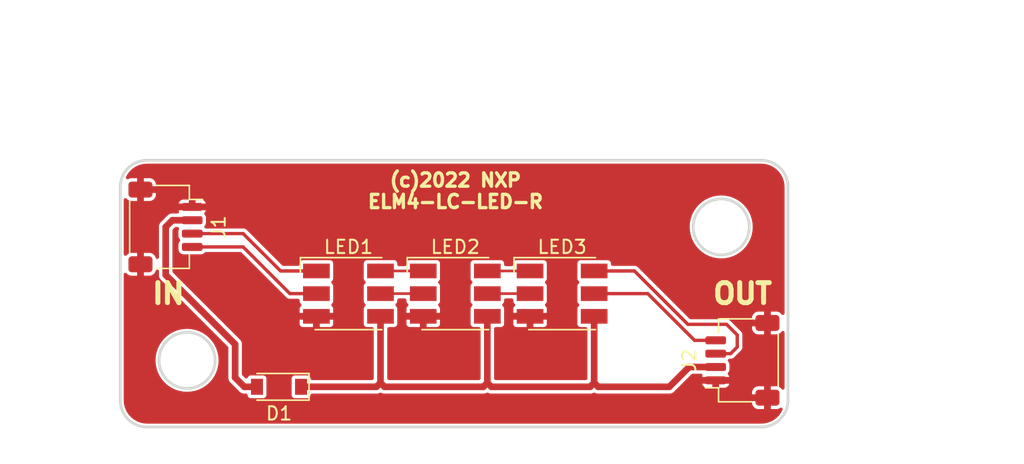
<source format=kicad_pcb>
(kicad_pcb (version 20211014) (generator pcbnew)
  (layers (0 "F.Cu" signal) (31 "B.Cu" signal) (34 "B.Paste" user) (35 "F.Paste" user) (36 "B.SilkS" user "B.Silkscreen") (37 "F.SilkS" user "F.Silkscreen") (38 "B.Mask" user) (39 "F.Mask" user) (44 "Edge.Cuts" user))
  (net 0 "")
  (net 1 "/PWR2")
  (net 2 "/5V_2")
  (net 3 "/D_IN2")
  (net 4 "/C_IN2")
  (net 5 "/GND2")
  (net 6 "/D_OUT2")
  (net 7 "/C_OUT2")
  (net 8 "Net-(LED1-Pad5)")
  (net 9 "Net-(LED1-Pad6)")
  (net 10 "Net-(LED2-Pad5)")
  (net 11 "Net-(LED2-Pad6)")
  (footprint "LED_SMD:LED_RGB_5050-6" (layer "F.Cu") (at 130.485786 101.6)
    (fp_text reference "LED1" (at 0 -3.5 180) (layer "F.SilkS"))
    (fp_text value "APA102")
    (fp_line (start -3.6 -2.7) (end 2.5 -2.7) (layer "F.SilkS") (width 0.12))
    (fp_line (start 2.5 2.7) (end -2.5 2.7) (layer "F.SilkS") (width 0.12))
    (fp_line (start -3.6 -1.6) (end -3.6 -2.7) (layer "F.SilkS") (width 0.12))
    (pad "1" smd rect locked (at -2.4 -1.7 90) (size 1.1 2) (layers "F.Cu" "F.Paste" "F.Mask") (net 3 "/D_IN2"))
    (pad "2" smd rect locked (at -2.4 0 90) (size 1.1 2) (layers "F.Cu" "F.Paste" "F.Mask") (net 4 "/C_IN2"))
    (pad "3" smd rect locked (at -2.4 1.7 90) (size 1.1 2) (layers "F.Cu" "F.Paste" "F.Mask") (net 5 "/GND2"))
    (pad "4" smd rect locked (at 2.4 1.7 90) (size 1.1 2) (layers "F.Cu" "F.Paste" "F.Mask") (net 1 "/PWR2"))
    (pad "5" smd rect locked (at 2.4 0 90) (size 1.1 2) (layers "F.Cu" "F.Paste" "F.Mask") (net 8 "Net-(LED1-Pad5)"))
    (pad "6" smd rect locked (at 2.4 -1.7 90) (size 1.1 2) (layers "F.Cu" "F.Paste" "F.Mask") (net 9 "Net-(LED1-Pad6)"))
  )
  (footprint "Connector_JST:JST_SH_SM04B-SRSS-TB_1x04-1MP_P1.00mm_Horizontal" (layer "F.Cu") (at 159.985786 106.6 90)
    (fp_text reference "J2" (at 0 -3.98 90) (layer "F.SilkS"))
    (fp_text value "Conn_01x04")
    (fp_line (start -3.11 -1.785) (end -2.06 -1.785) (layer "F.SilkS") (width 0.12))
    (fp_line (start -1.94 2.685) (end 1.94 2.685) (layer "F.SilkS") (width 0.12))
    (fp_line (start 3.11 -1.785) (end 2.06 -1.785) (layer "F.SilkS") (width 0.12))
    (fp_line (start -2.06 -1.785) (end -2.06 -2.775) (layer "F.SilkS") (width 0.12))
    (fp_line (start -3.11 0.715) (end -3.11 -1.785) (layer "F.SilkS") (width 0.12))
    (fp_line (start 3.11 0.715) (end 3.11 -1.785) (layer "F.SilkS") (width 0.12))
    (pad "1" smd roundrect (at -1.5 -2 90) (size 0.6 1.55) (layers "F.Cu" "F.Paste" "F.Mask") (net 5 "/GND2"))
    (pad "2" smd roundrect (at -0.5 -2 90) (size 0.6 1.55) (layers "F.Cu" "F.Paste" "F.Mask") (net 1 "/PWR2"))
    (pad "3" smd roundrect (at 0.5 -2 90) (size 0.6 1.55) (layers "F.Cu" "F.Paste" "F.Mask") (net 6 "/D_OUT2"))
    (pad "4" smd roundrect (at 1.5 -2 90) (size 0.6 1.55) (layers "F.Cu" "F.Paste" "F.Mask") (net 7 "/C_OUT2"))
    (pad "MP" smd roundrect (at -2.8 1.875 90) (size 1.2 1.8) (layers "F.Cu" "F.Paste" "F.Mask") (roundrect_rratio 0.2083333333) (net 5 "/GND2"))
    (pad "MP" smd roundrect (at 2.8 1.875 90) (size 1.2 1.8) (layers "F.Cu" "F.Paste" "F.Mask") (roundrect_rratio 0.2083333333) (net 5 "/GND2"))
  )
  (footprint "LED_SMD:LED_RGB_5050-6" (layer "F.Cu") (at 138.485786 101.6)
    (fp_text reference "LED2" (at 0 -3.5 180) (layer "F.SilkS"))
    (fp_text value "APA102")
    (fp_line (start 2.5 2.7) (end -2.5 2.7) (layer "F.SilkS") (width 0.12))
    (fp_line (start -3.6 -2.7) (end 2.5 -2.7) (layer "F.SilkS") (width 0.12))
    (fp_line (start -3.6 -1.6) (end -3.6 -2.7) (layer "F.SilkS") (width 0.12))
    (pad "1" smd rect locked (at -2.4 -1.7 90) (size 1.1 2) (layers "F.Cu" "F.Paste" "F.Mask") (net 9 "Net-(LED1-Pad6)"))
    (pad "2" smd rect locked (at -2.4 0 90) (size 1.1 2) (layers "F.Cu" "F.Paste" "F.Mask") (net 8 "Net-(LED1-Pad5)"))
    (pad "3" smd rect locked (at -2.4 1.7 90) (size 1.1 2) (layers "F.Cu" "F.Paste" "F.Mask") (net 5 "/GND2"))
    (pad "4" smd rect locked (at 2.4 1.7 90) (size 1.1 2) (layers "F.Cu" "F.Paste" "F.Mask") (net 1 "/PWR2"))
    (pad "5" smd rect locked (at 2.4 0 90) (size 1.1 2) (layers "F.Cu" "F.Paste" "F.Mask") (net 10 "Net-(LED2-Pad5)"))
    (pad "6" smd rect locked (at 2.4 -1.7 90) (size 1.1 2) (layers "F.Cu" "F.Paste" "F.Mask") (net 11 "Net-(LED2-Pad6)"))
  )
  (footprint "Diode_SMD:D_SOD-123" (layer "F.Cu") (at 125.285786 108.585786 180)
    (fp_text reference "D1" (at 0 -2) (layer "F.SilkS"))
    (fp_text value "D")
    (fp_line (start -2.25 -1) (end 1.65 -1) (layer "F.SilkS") (width 0.12))
    (fp_line (start -2.25 1) (end 1.65 1) (layer "F.SilkS") (width 0.12))
    (fp_line (start -2.25 -1) (end -2.25 1) (layer "F.SilkS") (width 0.12))
    (pad "1" smd rect locked (at -1.65 0 180) (size 0.9 1.2) (layers "F.Cu" "F.Paste" "F.Mask") (net 1 "/PWR2"))
    (pad "2" smd rect locked (at 1.65 0 180) (size 0.9 1.2) (layers "F.Cu" "F.Paste" "F.Mask") (net 2 "/5V_2"))
  )
  (footprint "LED_SMD:LED_RGB_5050-6" (layer "F.Cu") (at 146.485786 101.6)
    (fp_text reference "LED3" (at 0 -3.5 180) (layer "F.SilkS"))
    (fp_text value "APA102")
    (fp_line (start -3.6 -2.7) (end 2.5 -2.7) (layer "F.SilkS") (width 0.12))
    (fp_line (start -3.6 -1.6) (end -3.6 -2.7) (layer "F.SilkS") (width 0.12))
    (fp_line (start 2.5 2.7) (end -2.5 2.7) (layer "F.SilkS") (width 0.12))
    (pad "1" smd rect locked (at -2.4 -1.7 90) (size 1.1 2) (layers "F.Cu" "F.Paste" "F.Mask") (net 11 "Net-(LED2-Pad6)"))
    (pad "2" smd rect locked (at -2.4 0 90) (size 1.1 2) (layers "F.Cu" "F.Paste" "F.Mask") (net 10 "Net-(LED2-Pad5)"))
    (pad "3" smd rect locked (at -2.4 1.7 90) (size 1.1 2) (layers "F.Cu" "F.Paste" "F.Mask") (net 5 "/GND2"))
    (pad "4" smd rect locked (at 2.4 1.7 90) (size 1.1 2) (layers "F.Cu" "F.Paste" "F.Mask") (net 1 "/PWR2"))
    (pad "5" smd rect locked (at 2.4 0 90) (size 1.1 2) (layers "F.Cu" "F.Paste" "F.Mask") (net 7 "/C_OUT2"))
    (pad "6" smd rect locked (at 2.4 -1.7 90) (size 1.1 2) (layers "F.Cu" "F.Paste" "F.Mask") (net 6 "/D_OUT2"))
  )
  (footprint "Connector_JST:JST_SH_SM04B-SRSS-TB_1x04-1MP_P1.00mm_Horizontal" (layer "F.Cu") (at 116.785786 96.6 -90)
    (fp_text reference "J1" (at 0 -3.98 90) (layer "F.SilkS"))
    (fp_text value "Conn_01x04")
    (fp_line (start -2.06 -1.785) (end -2.06 -2.775) (layer "F.SilkS") (width 0.12))
    (fp_line (start -3.11 -1.785) (end -2.06 -1.785) (layer "F.SilkS") (width 0.12))
    (fp_line (start 3.11 -1.785) (end 2.06 -1.785) (layer "F.SilkS") (width 0.12))
    (fp_line (start -1.94 2.685) (end 1.94 2.685) (layer "F.SilkS") (width 0.12))
    (fp_line (start -3.11 0.715) (end -3.11 -1.785) (layer "F.SilkS") (width 0.12))
    (fp_line (start 3.11 0.715) (end 3.11 -1.785) (layer "F.SilkS") (width 0.12))
    (pad "1" smd roundrect (at -1.5 -2 270) (size 0.6 1.55) (layers "F.Cu" "F.Paste" "F.Mask") (net 5 "/GND2"))
    (pad "2" smd roundrect (at -0.5 -2 270) (size 0.6 1.55) (layers "F.Cu" "F.Paste" "F.Mask") (net 2 "/5V_2"))
    (pad "3" smd roundrect (at 0.5 -2 270) (size 0.6 1.55) (layers "F.Cu" "F.Paste" "F.Mask") (net 3 "/D_IN2"))
    (pad "4" smd roundrect (at 1.5 -2 270) (size 0.6 1.55) (layers "F.Cu" "F.Paste" "F.Mask") (net 4 "/C_IN2"))
    (pad "MP" smd roundrect (at -2.8 1.875 270) (size 1.2 1.8) (layers "F.Cu" "F.Paste" "F.Mask") (roundrect_rratio 0.2083333333) (net 5 "/GND2"))
    (pad "MP" smd roundrect (at 2.8 1.875 270) (size 1.2 1.8) (layers "F.Cu" "F.Paste" "F.Mask") (roundrect_rratio 0.2083333333) (net 5 "/GND2"))
  )
  (gr_circle (center 118.4 106.6) (end 116.3 106.6) (layer "Edge.Cuts") (width 0.2) (fill none))
  (gr_arc (start 161.4 91.6) (mid 162.814214 92.185786) (end 163.4 93.6) (layer "Edge.Cuts") (width 0.2))
  (gr_line (start 163.4 109.6) (end 163.4 93.6) (layer "Edge.Cuts") (width 0.2))
  (gr_arc (start 113.4 93.6) (mid 113.985786 92.185786) (end 115.4 91.6) (layer "Edge.Cuts") (width 0.2))
  (gr_line (start 113.4 93.6) (end 113.4 109.6) (layer "Edge.Cuts") (width 0.2))
  (gr_arc (start 163.4 109.6) (mid 162.814214 111.014214) (end 161.4 111.6) (layer "Edge.Cuts") (width 0.2))
  (gr_arc (start 115.4 111.6) (mid 113.985786 111.014214) (end 113.4 109.6) (layer "Edge.Cuts") (width 0.2))
  (gr_circle (center 158.4 96.6) (end 156.3 96.6) (layer "Edge.Cuts") (width 0.2) (fill none))
  (gr_line (start 115.4 111.6) (end 161.4 111.6) (layer "Edge.Cuts") (width 0.2))
  (gr_line (start 161.4 91.6) (end 115.4 91.6) (layer "Edge.Cuts") (width 0.2))
  (gr_text "IN" (at 117 101.6) (layer "F.SilkS") (effects (font (size 1.5 1.5) (thickness 0.375))))
  (gr_text "(c)2022 NXP\nELM4-LC-LED-R\n" (at 138.5 93.9) (layer "F.SilkS") (effects (font (size 1 1) (thickness 0.25))))
  (gr_text "OUT" (at 160 101.6) (layer "F.SilkS") (effects (font (size 1.5 1.5) (thickness 0.375))))
  (segment (start 140.585786 108.585786) (end 140.885786 108.285786) (width 0.5) (layer "F.Cu") (net 1))
  (segment (start 133.185786 108.585786) (end 140.585786 108.585786) (width 0.5) (layer "F.Cu") (net 1))
  (segment (start 149.185786 108.585786) (end 154.514214 108.585786) (width 0.5) (layer "F.Cu") (net 1))
  (segment (start 148.585786 108.585786) (end 148.885786 108.285786) (width 0.5) (layer "F.Cu") (net 1))
  (segment (start 154.514214 108.585786) (end 156 107.1) (width 0.5) (layer "F.Cu") (net 1))
  (segment (start 140.885786 108.285786) (end 141.185786 108.585786) (width 0.5) (layer "F.Cu") (net 1))
  (segment (start 126.935786 108.585786) (end 132.585786 108.585786) (width 0.5) (layer "F.Cu") (net 1))
  (segment (start 156 107.1) (end 157.985786 107.1) (width 0.5) (layer "F.Cu") (net 1))
  (segment (start 140.885786 108.285786) (end 140.885786 103.785786) (width 0.5) (layer "F.Cu") (net 1))
  (segment (start 148.885786 108.285786) (end 148.885786 103.785786) (width 0.5) (layer "F.Cu") (net 1))
  (segment (start 148.885786 108.285786) (end 149.185786 108.585786) (width 0.5) (layer "F.Cu") (net 1))
  (segment (start 132.585786 108.585786) (end 132.885786 108.285786) (width 0.5) (layer "F.Cu") (net 1))
  (segment (start 132.885786 108.285786) (end 132.885786 103.785786) (width 0.5) (layer "F.Cu") (net 1))
  (segment (start 132.885786 108.285786) (end 133.185786 108.585786) (width 0.5) (layer "F.Cu") (net 1))
  (segment (start 141.185786 108.585786) (end 148.585786 108.585786) (width 0.5) (layer "F.Cu") (net 1))
  (segment (start 122 105.4) (end 122 107.9) (width 0.5) (layer "F.Cu") (net 2))
  (segment (start 116.8 100.2) (end 122 105.4) (width 0.5) (layer "F.Cu") (net 2))
  (segment (start 122.685786 108.585786) (end 123.635786 108.585786) (width 0.5) (layer "F.Cu") (net 2))
  (segment (start 122 107.9) (end 122.685786 108.585786) (width 0.5) (layer "F.Cu") (net 2))
  (segment (start 117.3 96.1) (end 116.8 96.6) (width 0.5) (layer "F.Cu") (net 2))
  (segment (start 118.785786 96.1) (end 117.3 96.1) (width 0.5) (layer "F.Cu") (net 2))
  (segment (start 116.8 96.6) (end 116.8 100.2) (width 0.5) (layer "F.Cu") (net 2))
  (segment (start 122.6 97.1) (end 125.4 99.9) (width 0.25) (layer "F.Cu") (net 3))
  (segment (start 118.785786 97.1) (end 122.6 97.1) (width 0.25) (layer "F.Cu") (net 3))
  (segment (start 125.4 99.9) (end 128.085786 99.9) (width 0.25) (layer "F.Cu") (net 3))
  (segment (start 126.1 101.6) (end 128.085786 101.6) (width 0.25) (layer "F.Cu") (net 4))
  (segment (start 118.785786 98.1) (end 122.6 98.1) (width 0.25) (layer "F.Cu") (net 4))
  (segment (start 122.6 98.1) (end 126.1 101.6) (width 0.25) (layer "F.Cu") (net 4))
  (segment (start 159.1 106.1) (end 157.985786 106.1) (width 0.25) (layer "F.Cu") (net 6))
  (segment (start 158.8 103.9) (end 159.6 104.7) (width 0.25) (layer "F.Cu") (net 6))
  (segment (start 159.6 104.7) (end 159.6 105.6) (width 0.25) (layer "F.Cu") (net 6))
  (segment (start 148.885786 99.9) (end 151.9 99.9) (width 0.25) (layer "F.Cu") (net 6))
  (segment (start 151.9 99.9) (end 155.9 103.9) (width 0.25) (layer "F.Cu") (net 6))
  (segment (start 155.9 103.9) (end 158.8 103.9) (width 0.25) (layer "F.Cu") (net 6))
  (segment (start 159.6 105.6) (end 159.1 106.1) (width 0.25) (layer "F.Cu") (net 6))
  (segment (start 152.9 101.6) (end 156.4 105.1) (width 0.25) (layer "F.Cu") (net 7))
  (segment (start 148.885786 101.6) (end 152.9 101.6) (width 0.25) (layer "F.Cu") (net 7))
  (segment (start 156.4 105.1) (end 157.985786 105.1) (width 0.25) (layer "F.Cu") (net 7))
  (segment (start 132.885786 101.6) (end 136.085786 101.6) (width 0.2) (layer "F.Cu") (net 8))
  (segment (start 132.885786 99.9) (end 136.085786 99.9) (width 0.2) (layer "F.Cu") (net 9))
  (segment (start 140.885786 101.6) (end 144.085786 101.6) (width 0.2) (layer "F.Cu") (net 10))
  (segment (start 140.885786 99.9) (end 144.085786 99.9) (width 0.2) (layer "F.Cu") (net 11))
  (zone (net 5) (net_name "/GND2") (layer "F.Cu") (connect_pads (clearance 0.254)) (min_thickness 0.254) (fill yes (thermal_gap 0.254) (thermal_bridge_width 0.508))
    (polygon (pts (xy 168.5 114.1) (xy 109.3 114.4) (xy 109 89.7) (xy 168.6 89.5)))
  )
)
</source>
